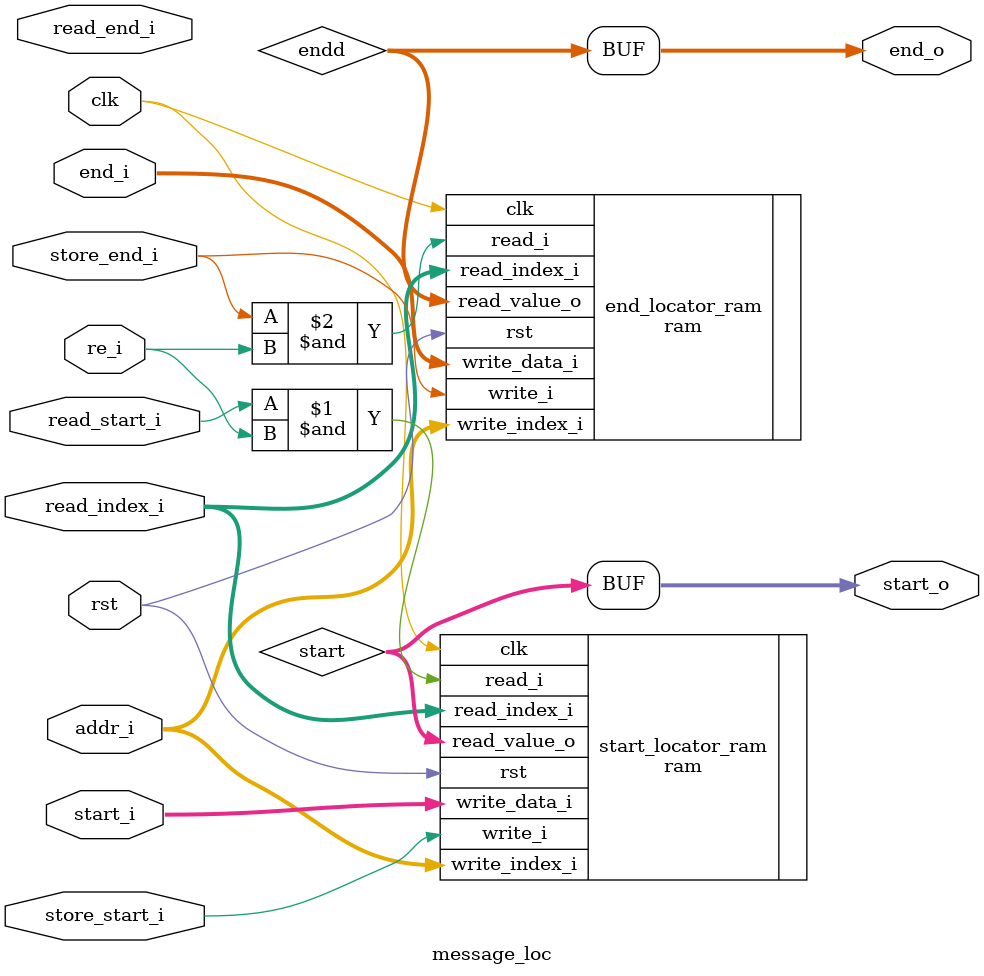
<source format=sv>


module message_loc #(parameter DATA_WIDTH = 5, NUM_MESSAGE = 10) (

	input					clk,
	input					rst,

	input [DATA_WIDTH-1 : 0]		start_i,
	input [DATA_WIDTH-1 : 0]		end_i,
	input					store_start_i,
	input					store_end_i,
	input [NUM_MESSAGE-1 : 0]		addr_i,
	input					re_i,
	input					read_start_i,
	input					read_end_i,

	input [NUM_MESSAGE-1 : 0]		read_index_i,


	output [DATA_WIDTH-1 : 0]		start_o,
	output [DATA_WIDTH-1 : 0]		end_o
);

logic [  DATA_WIDTH -1:0] 		mem_start [0:NUM_MESSAGE-1];
logic [  DATA_WIDTH -1:0] 		mem_end [0:NUM_MESSAGE-1];

logic [DATA_WIDTH-1 : 0]		start;
logic [DATA_WIDTH-1 : 0]		endd;


ram #(.DATA_WIDTH(DATA_WIDTH), .ADDR_WIDTH(NUM_MESSAGE)) start_locator_ram (

	.clk,
	.rst,

	.read_i(read_start_i & re_i),
	.read_index_i,
	.write_i(store_start_i),
	.write_index_i(addr_i),
	.write_data_i(start_i),
//	.read_valid_o(data_out_valid),
	.read_value_o(start)
);

ram #(.DATA_WIDTH(DATA_WIDTH), .ADDR_WIDTH(NUM_MESSAGE)) end_locator_ram (

	.clk,
	.rst,

	.read_i(store_end_i & re_i),
	.read_index_i,
	.write_i(store_end_i),
	.write_index_i(addr_i),
	.write_data_i(end_i),
//	.read_valid_o(data_out_valid),
	.read_value_o(endd)
);

assign start_o = start;
assign end_o = endd;



endmodule


/* 
always_ff @ (posedge clk) begin
  if ( store_start_i ) begin
     mem_start[addr_i] <= start_i;
  end else if ( store_end_i) begin 
     mem_end[addr_i] <= end_i;
  end
end


always_ff @ (posedge clk) begin
  if (re_i && read_start_i && !read_end_i) begin
    start <= mem_start[addr_i]; 
  end else if (re_i && read_end_i && !read_start_i) begin
    endd <= mem_end[addr_i]; 
  end  else if (re_i && read_end_i && read_start_i) begin
     endd <= mem_end[addr_i];    
     start <= mem_start[addr_i]; 
  end  
end 


*/

</source>
